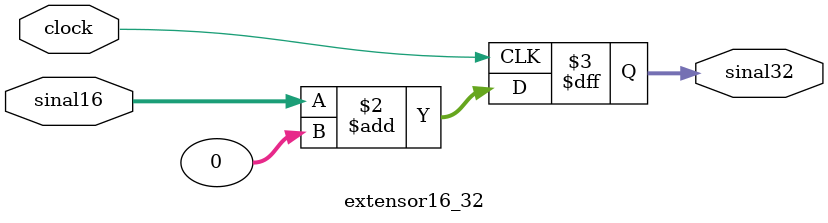
<source format=v>
module extensor16_32(clock, sinal16, sinal32);

input [15:0]sinal16;
input clock;
output reg [31:0]sinal32;

always @ (posedge clock)begin
  sinal32 = sinal16 + 32'b00000000000000000000000000000000;
end
endmodule

</source>
